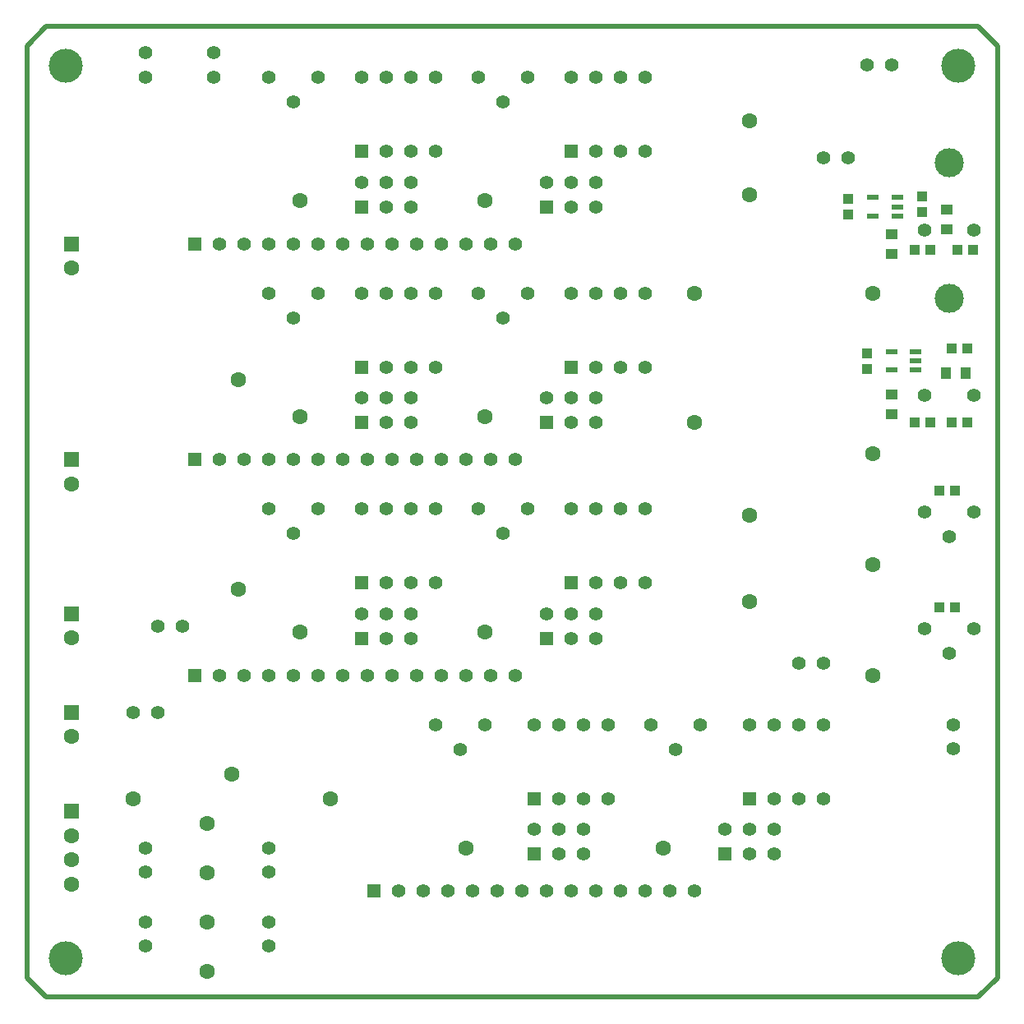
<source format=gbr>
%TF.GenerationSoftware,KiCad,Pcbnew,(5.1.12)-1*%
%TF.CreationDate,2022-11-09T13:17:00+09:00*%
%TF.ProjectId,2212_PHOTO_DIODE_PRE_AMP,32323132-5f50-4484-9f54-4f5f44494f44,0*%
%TF.SameCoordinates,Original*%
%TF.FileFunction,Soldermask,Bot*%
%TF.FilePolarity,Negative*%
%FSLAX46Y46*%
G04 Gerber Fmt 4.6, Leading zero omitted, Abs format (unit mm)*
G04 Created by KiCad (PCBNEW (5.1.12)-1) date 2022-11-09 13:17:00*
%MOMM*%
%LPD*%
G01*
G04 APERTURE LIST*
%ADD10C,0.500000*%
%ADD11C,3.000000*%
%ADD12R,1.300000X0.600000*%
%ADD13C,3.500000*%
%ADD14R,1.000000X1.000000*%
%ADD15C,1.400000*%
%ADD16C,1.600000*%
%ADD17R,1.600000X1.600000*%
%ADD18R,1.400000X1.400000*%
%ADD19R,1.250000X1.000000*%
%ADD20R,1.000000X1.250000*%
G04 APERTURE END LIST*
D10*
X52000000Y-50000000D02*
X50000000Y-52000000D01*
X148000000Y-50000000D02*
X52000000Y-50000000D01*
X150000000Y-52000000D02*
X148000000Y-50000000D01*
X150000000Y-148000000D02*
X150000000Y-52000000D01*
X148000000Y-150000000D02*
X150000000Y-148000000D01*
X52000000Y-150000000D02*
X148000000Y-150000000D01*
X50000000Y-148000000D02*
X52000000Y-150000000D01*
X50000000Y-52000000D02*
X50000000Y-148000000D01*
D11*
%TO.C,REF\u002A\u002A*%
X145000000Y-78000000D03*
%TD*%
%TO.C,REF\u002A\u002A*%
X145000000Y-64000000D03*
%TD*%
D12*
%TO.C,IC2*%
X141585000Y-85405000D03*
X139085000Y-85405000D03*
X141585000Y-84455000D03*
X141585000Y-83505000D03*
X139085000Y-83505000D03*
%TD*%
D13*
%TO.C,REF\u002A\u002A*%
X54000000Y-146000000D03*
%TD*%
%TO.C,REF\u002A\u002A*%
X146000000Y-146000000D03*
%TD*%
%TO.C,REF\u002A\u002A*%
X146000000Y-54000000D03*
%TD*%
%TO.C,REF\u002A\u002A*%
X54000000Y-54000000D03*
%TD*%
D14*
%TO.C,C2*%
X147485000Y-73025000D03*
X145885000Y-73025000D03*
%TD*%
%TO.C,C3*%
X146850000Y-90805000D03*
X145250000Y-90805000D03*
%TD*%
%TO.C,C4*%
X142240000Y-69126000D03*
X142240000Y-67526000D03*
%TD*%
%TO.C,C5*%
X145250000Y-83185000D03*
X146850000Y-83185000D03*
%TD*%
%TO.C,C6*%
X145580000Y-97790000D03*
X143980000Y-97790000D03*
%TD*%
%TO.C,C7*%
X145580000Y-109855000D03*
X143980000Y-109855000D03*
%TD*%
%TO.C,C8*%
X143040000Y-73025000D03*
X141440000Y-73025000D03*
%TD*%
%TO.C,C9*%
X143040000Y-90805000D03*
X141440000Y-90805000D03*
%TD*%
%TO.C,C10*%
X134620000Y-67780000D03*
X134620000Y-69380000D03*
%TD*%
%TO.C,C11*%
X136525000Y-83655000D03*
X136525000Y-85255000D03*
%TD*%
D15*
%TO.C,C12*%
X62230000Y-137140000D03*
X62230000Y-134640000D03*
%TD*%
%TO.C,C13*%
X62230000Y-144760000D03*
X62230000Y-142260000D03*
%TD*%
%TO.C,C14*%
X129560000Y-115570000D03*
X132060000Y-115570000D03*
%TD*%
%TO.C,C15*%
X74930000Y-137140000D03*
X74930000Y-134640000D03*
%TD*%
%TO.C,C16*%
X74930000Y-144760000D03*
X74930000Y-142260000D03*
%TD*%
%TO.C,C19*%
X134600000Y-63500000D03*
X132100000Y-63500000D03*
%TD*%
%TO.C,C20*%
X145415000Y-121940000D03*
X145415000Y-124440000D03*
%TD*%
%TO.C,C33*%
X62230000Y-52725000D03*
X62230000Y-55225000D03*
%TD*%
%TO.C,C34*%
X69215000Y-55225000D03*
X69215000Y-52725000D03*
%TD*%
%TO.C,C47*%
X63480000Y-120650000D03*
X60980000Y-120650000D03*
%TD*%
%TO.C,C48*%
X63520000Y-111760000D03*
X66020000Y-111760000D03*
%TD*%
D16*
%TO.C,CN2*%
X54610000Y-74910000D03*
D17*
X54610000Y-72410000D03*
%TD*%
D16*
%TO.C,CN3*%
X54610000Y-97135000D03*
D17*
X54610000Y-94635000D03*
%TD*%
D16*
%TO.C,CN4*%
X54610000Y-113010000D03*
D17*
X54610000Y-110510000D03*
%TD*%
D16*
%TO.C,CN5*%
X54610000Y-123170000D03*
D17*
X54610000Y-120670000D03*
%TD*%
D12*
%TO.C,IC1*%
X139680000Y-69530000D03*
X137180000Y-69530000D03*
X139680000Y-68580000D03*
X139680000Y-67630000D03*
X137180000Y-67630000D03*
%TD*%
D15*
%TO.C,IC5*%
X106045000Y-55245000D03*
X113665000Y-62865000D03*
X108585000Y-55245000D03*
X111125000Y-62865000D03*
X111125000Y-55245000D03*
X108585000Y-62865000D03*
X113665000Y-55245000D03*
D18*
X106045000Y-62865000D03*
%TD*%
D15*
%TO.C,IC6*%
X106045000Y-77470000D03*
X113665000Y-85090000D03*
X108585000Y-77470000D03*
X111125000Y-85090000D03*
X111125000Y-77470000D03*
X108585000Y-85090000D03*
X113665000Y-77470000D03*
D18*
X106045000Y-85090000D03*
%TD*%
D15*
%TO.C,IC7*%
X84455000Y-55245000D03*
X92075000Y-62865000D03*
X86995000Y-55245000D03*
X89535000Y-62865000D03*
X89535000Y-55245000D03*
X86995000Y-62865000D03*
X92075000Y-55245000D03*
D18*
X84455000Y-62865000D03*
%TD*%
D15*
%TO.C,IC8*%
X84455000Y-77470000D03*
X92075000Y-85090000D03*
X86995000Y-77470000D03*
X89535000Y-85090000D03*
X89535000Y-77470000D03*
X86995000Y-85090000D03*
X92075000Y-77470000D03*
D18*
X84455000Y-85090000D03*
%TD*%
D15*
%TO.C,IC9*%
X106045000Y-99695000D03*
X113665000Y-107315000D03*
X108585000Y-99695000D03*
X111125000Y-107315000D03*
X111125000Y-99695000D03*
X108585000Y-107315000D03*
X113665000Y-99695000D03*
D18*
X106045000Y-107315000D03*
%TD*%
D15*
%TO.C,IC10*%
X124460000Y-121920000D03*
X132080000Y-129540000D03*
X127000000Y-121920000D03*
X129540000Y-129540000D03*
X129540000Y-121920000D03*
X127000000Y-129540000D03*
X132080000Y-121920000D03*
D18*
X124460000Y-129540000D03*
%TD*%
D15*
%TO.C,IC11*%
X84455000Y-99695000D03*
X92075000Y-107315000D03*
X86995000Y-99695000D03*
X89535000Y-107315000D03*
X89535000Y-99695000D03*
X86995000Y-107315000D03*
X92075000Y-99695000D03*
D18*
X84455000Y-107315000D03*
%TD*%
D15*
%TO.C,IC12*%
X102235000Y-121920000D03*
X109855000Y-129540000D03*
X104775000Y-121920000D03*
X107315000Y-129540000D03*
X107315000Y-121920000D03*
X104775000Y-129540000D03*
X109855000Y-121920000D03*
D18*
X102235000Y-129540000D03*
%TD*%
D15*
%TO.C,JP1*%
X103505000Y-66040000D03*
X106045000Y-66040000D03*
X108585000Y-66040000D03*
X108585000Y-68580000D03*
X106045000Y-68580000D03*
D18*
X103505000Y-68580000D03*
%TD*%
D15*
%TO.C,JP2*%
X103505000Y-88265000D03*
X106045000Y-88265000D03*
X108585000Y-88265000D03*
X108585000Y-90805000D03*
X106045000Y-90805000D03*
D18*
X103505000Y-90805000D03*
%TD*%
D15*
%TO.C,JP3*%
X84455000Y-66040000D03*
X86995000Y-66040000D03*
X89535000Y-66040000D03*
X89535000Y-68580000D03*
X86995000Y-68580000D03*
D18*
X84455000Y-68580000D03*
%TD*%
D15*
%TO.C,JP4*%
X84455000Y-88265000D03*
X86995000Y-88265000D03*
X89535000Y-88265000D03*
X89535000Y-90805000D03*
X86995000Y-90805000D03*
D18*
X84455000Y-90805000D03*
%TD*%
D15*
%TO.C,JP5*%
X103505000Y-110490000D03*
X106045000Y-110490000D03*
X108585000Y-110490000D03*
X108585000Y-113030000D03*
X106045000Y-113030000D03*
D18*
X103505000Y-113030000D03*
%TD*%
D15*
%TO.C,JP6*%
X121920000Y-132715000D03*
X124460000Y-132715000D03*
X127000000Y-132715000D03*
X127000000Y-135255000D03*
X124460000Y-135255000D03*
D18*
X121920000Y-135255000D03*
%TD*%
D15*
%TO.C,JP7*%
X84455000Y-110490000D03*
X86995000Y-110490000D03*
X89535000Y-110490000D03*
X89535000Y-113030000D03*
X86995000Y-113030000D03*
D18*
X84455000Y-113030000D03*
%TD*%
D15*
%TO.C,JP8*%
X102235000Y-132715000D03*
X104775000Y-132715000D03*
X107315000Y-132715000D03*
X107315000Y-135255000D03*
X104775000Y-135255000D03*
D18*
X102235000Y-135255000D03*
%TD*%
D16*
%TO.C,L1*%
X68580000Y-132080000D03*
X68580000Y-137160000D03*
%TD*%
%TO.C,L2*%
X68580000Y-147320000D03*
X68580000Y-142240000D03*
%TD*%
D15*
%TO.C,LED1*%
X139065000Y-53975000D03*
X136525000Y-53975000D03*
%TD*%
%TO.C,PD1*%
X142460000Y-71000000D03*
X147540000Y-71000000D03*
%TD*%
%TO.C,PD2*%
X142460000Y-88000000D03*
X147540000Y-88000000D03*
%TD*%
%TO.C,PD3*%
X147540000Y-100000000D03*
X145000000Y-102540000D03*
X142460000Y-100000000D03*
%TD*%
%TO.C,PD4*%
X147540000Y-112000000D03*
X145000000Y-114540000D03*
X142460000Y-112000000D03*
%TD*%
D19*
%TO.C,R1*%
X144780000Y-70850000D03*
X144780000Y-68850000D03*
%TD*%
D20*
%TO.C,R2*%
X144685000Y-85725000D03*
X146685000Y-85725000D03*
%TD*%
D19*
%TO.C,R3*%
X139065000Y-73390000D03*
X139065000Y-71390000D03*
%TD*%
%TO.C,R4*%
X139065000Y-89900000D03*
X139065000Y-87900000D03*
%TD*%
D15*
%TO.C,RA1*%
X100330000Y-72390000D03*
X97790000Y-72390000D03*
X95250000Y-72390000D03*
X92710000Y-72390000D03*
X90170000Y-72390000D03*
X87630000Y-72390000D03*
X85090000Y-72390000D03*
X82550000Y-72390000D03*
X80010000Y-72390000D03*
X77470000Y-72390000D03*
X74930000Y-72390000D03*
X72390000Y-72390000D03*
X69850000Y-72390000D03*
D18*
X67310000Y-72390000D03*
%TD*%
D15*
%TO.C,RA2*%
X100330000Y-94615000D03*
X97790000Y-94615000D03*
X95250000Y-94615000D03*
X92710000Y-94615000D03*
X90170000Y-94615000D03*
X87630000Y-94615000D03*
X85090000Y-94615000D03*
X82550000Y-94615000D03*
X80010000Y-94615000D03*
X77470000Y-94615000D03*
X74930000Y-94615000D03*
X72390000Y-94615000D03*
X69850000Y-94615000D03*
D18*
X67310000Y-94615000D03*
%TD*%
D15*
%TO.C,RA3*%
X100330000Y-116840000D03*
X97790000Y-116840000D03*
X95250000Y-116840000D03*
X92710000Y-116840000D03*
X90170000Y-116840000D03*
X87630000Y-116840000D03*
X85090000Y-116840000D03*
X82550000Y-116840000D03*
X80010000Y-116840000D03*
X77470000Y-116840000D03*
X74930000Y-116840000D03*
X72390000Y-116840000D03*
X69850000Y-116840000D03*
D18*
X67310000Y-116840000D03*
%TD*%
D15*
%TO.C,RA4*%
X118745000Y-139065000D03*
X116205000Y-139065000D03*
X113665000Y-139065000D03*
X111125000Y-139065000D03*
X108585000Y-139065000D03*
X106045000Y-139065000D03*
X103505000Y-139065000D03*
X100965000Y-139065000D03*
X98425000Y-139065000D03*
X95885000Y-139065000D03*
X93345000Y-139065000D03*
X90805000Y-139065000D03*
X88265000Y-139065000D03*
D18*
X85725000Y-139065000D03*
%TD*%
D16*
%TO.C,TP1*%
X137160000Y-77470000D03*
%TD*%
%TO.C,TP2*%
X137160000Y-93980000D03*
%TD*%
%TO.C,TP3*%
X137160000Y-105410000D03*
%TD*%
%TO.C,TP4*%
X137160000Y-116840000D03*
%TD*%
%TO.C,TP5*%
X124460000Y-100330000D03*
%TD*%
%TO.C,TP6*%
X118745000Y-77470000D03*
%TD*%
%TO.C,TP7*%
X118745000Y-90805000D03*
%TD*%
%TO.C,TP8*%
X60960000Y-129540000D03*
%TD*%
%TO.C,TP9*%
X71120000Y-127000000D03*
%TD*%
%TO.C,TP10*%
X81280000Y-129540000D03*
%TD*%
%TO.C,TP11*%
X97155000Y-67945000D03*
%TD*%
%TO.C,TP12*%
X97155000Y-90170000D03*
%TD*%
%TO.C,TP13*%
X78105000Y-67945000D03*
%TD*%
%TO.C,TP14*%
X78105000Y-90170000D03*
%TD*%
%TO.C,TP15*%
X71755000Y-86360000D03*
%TD*%
%TO.C,TP16*%
X97155000Y-112395000D03*
%TD*%
%TO.C,TP17*%
X115570000Y-134620000D03*
%TD*%
%TO.C,TP18*%
X78105000Y-112395000D03*
%TD*%
%TO.C,TP19*%
X95250000Y-134620000D03*
%TD*%
%TO.C,TP20*%
X71755000Y-107950000D03*
%TD*%
D15*
%TO.C,VR1*%
X99060000Y-57785000D03*
X96520000Y-55245000D03*
X101600000Y-55245000D03*
%TD*%
%TO.C,VR2*%
X99060000Y-80010000D03*
X96520000Y-77470000D03*
X101600000Y-77470000D03*
%TD*%
%TO.C,VR3*%
X77470000Y-57785000D03*
X74930000Y-55245000D03*
X80010000Y-55245000D03*
%TD*%
%TO.C,VR4*%
X77470000Y-80010000D03*
X74930000Y-77470000D03*
X80010000Y-77470000D03*
%TD*%
%TO.C,VR5*%
X99060000Y-102235000D03*
X96520000Y-99695000D03*
X101600000Y-99695000D03*
%TD*%
%TO.C,VR6*%
X116840000Y-124460000D03*
X114300000Y-121920000D03*
X119380000Y-121920000D03*
%TD*%
%TO.C,VR7*%
X77470000Y-102235000D03*
X74930000Y-99695000D03*
X80010000Y-99695000D03*
%TD*%
%TO.C,VR8*%
X94615000Y-124460000D03*
X92075000Y-121920000D03*
X97155000Y-121920000D03*
%TD*%
D17*
%TO.C,CN1*%
X54610000Y-130870000D03*
D16*
X54610000Y-133370000D03*
X54610000Y-135870000D03*
X54610000Y-138370000D03*
%TD*%
%TO.C,TP21*%
X124460000Y-59690000D03*
%TD*%
%TO.C,TP22*%
X124460000Y-67310000D03*
%TD*%
%TO.C,TP23*%
X124460000Y-109220000D03*
%TD*%
M02*

</source>
